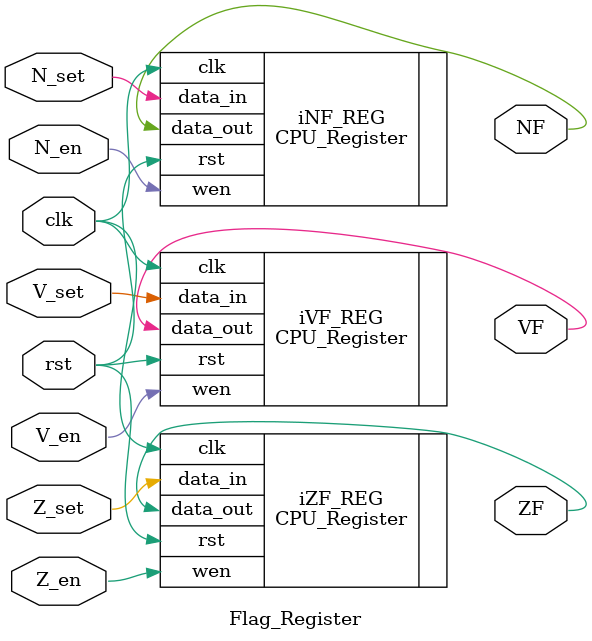
<source format=v>
`default_nettype none // Set the default as none to avoid errors

module Flag_Register(
  input wire clk,          // System clock
  input wire rst,          // active high reset signal
  input wire Z_en, Z_set,  // enable signal and set signal for Z
  input wire V_en, V_set,  // enable signal and set signal for V
  input wire N_en, N_set,  // enable signal and set signal for N
  output wire ZF,          // Z (Zero) signal flag
  output wire VF,          // V (Overflow) signal flag
  output wire NF           // N (Sign) signal flag
);

  // Infer the (Z) zero flag register.
  CPU_Register #(1) iZF_REG (.clk(clk), .rst(rst), .wen(Z_en), .data_in(Z_set), .data_out(ZF));

  // Infer the (V) overflow flag register.
  CPU_Register #(1) iVF_REG (.clk(clk), .rst(rst), .wen(V_en), .data_in(V_set), .data_out(VF));

  // Infer the (N) signed flag register.
  CPU_Register #(1) iNF_REG (.clk(clk), .rst(rst), .wen(N_en), .data_in(N_set), .data_out(NF));

endmodule

`default_nettype wire  // Reset default behavior at the end

</source>
